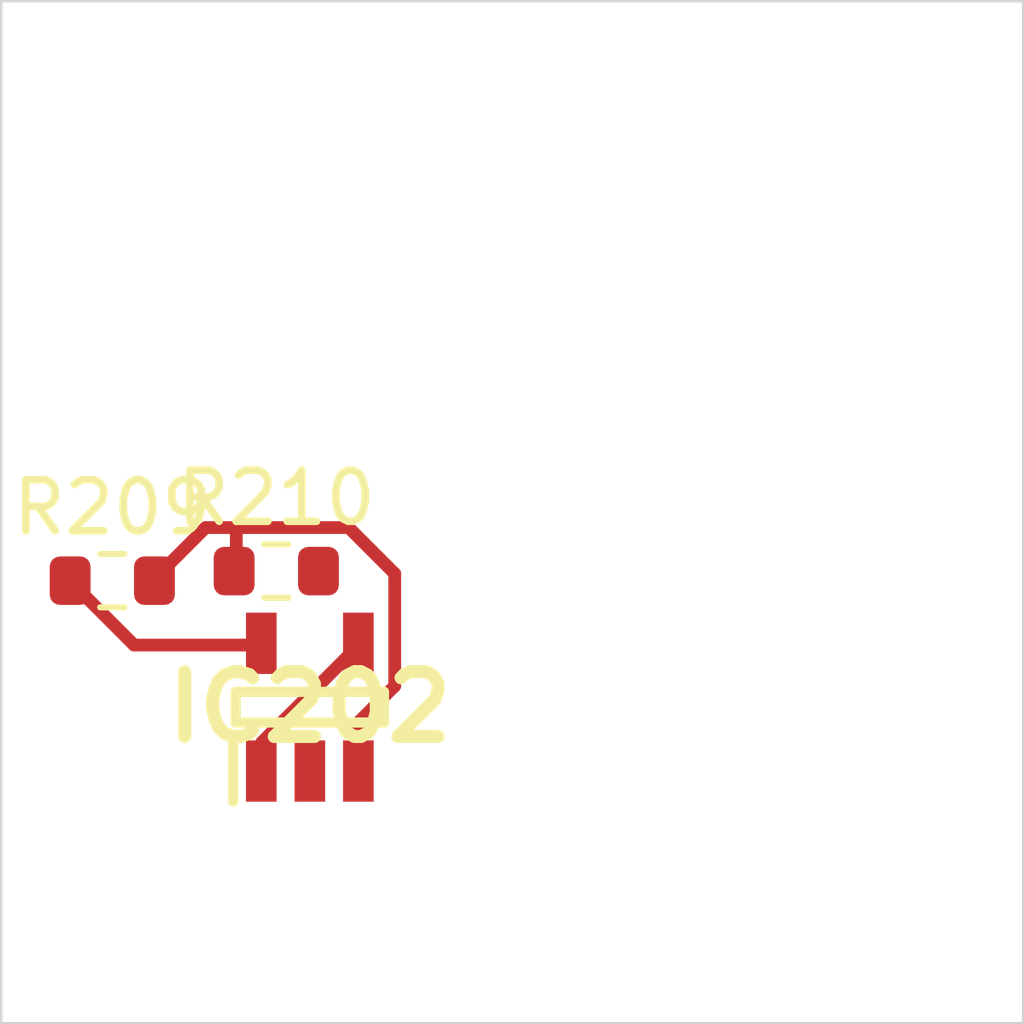
<source format=kicad_pcb>
 ( kicad_pcb  ( version 20171130 )
 ( host pcbnew 5.1.12-84ad8e8a86~92~ubuntu18.04.1 )
 ( general  ( thickness 1.6 )
 ( drawings 4 )
 ( tracks 0 )
 ( zones 0 )
 ( modules 3 )
 ( nets 5 )
)
 ( page A4 )
 ( layers  ( 0 F.Cu signal )
 ( 31 B.Cu signal )
 ( 32 B.Adhes user )
 ( 33 F.Adhes user )
 ( 34 B.Paste user )
 ( 35 F.Paste user )
 ( 36 B.SilkS user )
 ( 37 F.SilkS user )
 ( 38 B.Mask user )
 ( 39 F.Mask user )
 ( 40 Dwgs.User user )
 ( 41 Cmts.User user )
 ( 42 Eco1.User user )
 ( 43 Eco2.User user )
 ( 44 Edge.Cuts user )
 ( 45 Margin user )
 ( 46 B.CrtYd user )
 ( 47 F.CrtYd user )
 ( 48 B.Fab user )
 ( 49 F.Fab user )
)
 ( setup  ( last_trace_width 0.25 )
 ( trace_clearance 0.2 )
 ( zone_clearance 0.508 )
 ( zone_45_only no )
 ( trace_min 0.2 )
 ( via_size 0.8 )
 ( via_drill 0.4 )
 ( via_min_size 0.4 )
 ( via_min_drill 0.3 )
 ( uvia_size 0.3 )
 ( uvia_drill 0.1 )
 ( uvias_allowed no )
 ( uvia_min_size 0.2 )
 ( uvia_min_drill 0.1 )
 ( edge_width 0.05 )
 ( segment_width 0.2 )
 ( pcb_text_width 0.3 )
 ( pcb_text_size 1.5 1.5 )
 ( mod_edge_width 0.12 )
 ( mod_text_size 1 1 )
 ( mod_text_width 0.15 )
 ( pad_size 1.524 1.524 )
 ( pad_drill 0.762 )
 ( pad_to_mask_clearance 0 )
 ( aux_axis_origin 0 0 )
 ( visible_elements FFFFFF7F )
 ( pcbplotparams  ( layerselection 0x010fc_ffffffff )
 ( usegerberextensions false )
 ( usegerberattributes true )
 ( usegerberadvancedattributes true )
 ( creategerberjobfile true )
 ( excludeedgelayer true )
 ( linewidth 0.100000 )
 ( plotframeref false )
 ( viasonmask false )
 ( mode 1 )
 ( useauxorigin false )
 ( hpglpennumber 1 )
 ( hpglpenspeed 20 )
 ( hpglpendiameter 15.000000 )
 ( psnegative false )
 ( psa4output false )
 ( plotreference true )
 ( plotvalue true )
 ( plotinvisibletext false )
 ( padsonsilk false )
 ( subtractmaskfromsilk false )
 ( outputformat 1 )
 ( mirror false )
 ( drillshape 1 )
 ( scaleselection 1 )
 ( outputdirectory "" )
)
)
 ( net 0 "" )
 ( net 1 GND )
 ( net 2 VDDA )
 ( net 3 /Sheet6235D886/vp )
 ( net 4 "Net-(IC202-Pad3)" )
 ( net_class Default "This is the default net class."  ( clearance 0.2 )
 ( trace_width 0.25 )
 ( via_dia 0.8 )
 ( via_drill 0.4 )
 ( uvia_dia 0.3 )
 ( uvia_drill 0.1 )
 ( add_net /Sheet6235D886/vp )
 ( add_net GND )
 ( add_net "Net-(IC202-Pad3)" )
 ( add_net VDDA )
)
 ( module SOT95P280X145-5N locked  ( layer F.Cu )
 ( tedit 62336ED7 )
 ( tstamp 623423ED )
 ( at 86.038900 113.815000 90.000000 )
 ( descr DBV0005A )
 ( tags "Integrated Circuit" )
 ( path /6235D887/6266C08E )
 ( attr smd )
 ( fp_text reference IC202  ( at 0 0 )
 ( layer F.SilkS )
 ( effects  ( font  ( size 1.27 1.27 )
 ( thickness 0.254 )
)
)
)
 ( fp_text value TL071HIDBVR  ( at 0 0 )
 ( layer F.SilkS )
hide  ( effects  ( font  ( size 1.27 1.27 )
 ( thickness 0.254 )
)
)
)
 ( fp_line  ( start -1.85 -1.5 )
 ( end -0.65 -1.5 )
 ( layer F.SilkS )
 ( width 0.2 )
)
 ( fp_line  ( start -0.3 1.45 )
 ( end -0.3 -1.45 )
 ( layer F.SilkS )
 ( width 0.2 )
)
 ( fp_line  ( start 0.3 1.45 )
 ( end -0.3 1.45 )
 ( layer F.SilkS )
 ( width 0.2 )
)
 ( fp_line  ( start 0.3 -1.45 )
 ( end 0.3 1.45 )
 ( layer F.SilkS )
 ( width 0.2 )
)
 ( fp_line  ( start -0.3 -1.45 )
 ( end 0.3 -1.45 )
 ( layer F.SilkS )
 ( width 0.2 )
)
 ( fp_line  ( start -0.8 -0.5 )
 ( end 0.15 -1.45 )
 ( layer Dwgs.User )
 ( width 0.1 )
)
 ( fp_line  ( start -0.8 1.45 )
 ( end -0.8 -1.45 )
 ( layer Dwgs.User )
 ( width 0.1 )
)
 ( fp_line  ( start 0.8 1.45 )
 ( end -0.8 1.45 )
 ( layer Dwgs.User )
 ( width 0.1 )
)
 ( fp_line  ( start 0.8 -1.45 )
 ( end 0.8 1.45 )
 ( layer Dwgs.User )
 ( width 0.1 )
)
 ( fp_line  ( start -0.8 -1.45 )
 ( end 0.8 -1.45 )
 ( layer Dwgs.User )
 ( width 0.1 )
)
 ( fp_line  ( start -2.1 1.775 )
 ( end -2.1 -1.775 )
 ( layer Dwgs.User )
 ( width 0.05 )
)
 ( fp_line  ( start 2.1 1.775 )
 ( end -2.1 1.775 )
 ( layer Dwgs.User )
 ( width 0.05 )
)
 ( fp_line  ( start 2.1 -1.775 )
 ( end 2.1 1.775 )
 ( layer Dwgs.User )
 ( width 0.05 )
)
 ( fp_line  ( start -2.1 -1.775 )
 ( end 2.1 -1.775 )
 ( layer Dwgs.User )
 ( width 0.05 )
)
 ( pad 1 smd rect  ( at -1.25 -0.95 180.000000 )
 ( size 0.6 1.2 )
 ( layers F.Cu F.Mask F.Paste )
 ( net 3 /Sheet6235D886/vp )
)
 ( pad 2 smd rect  ( at -1.25 0 180.000000 )
 ( size 0.6 1.2 )
 ( layers F.Cu F.Mask F.Paste )
 ( net 1 GND )
)
 ( pad 3 smd rect  ( at -1.25 0.95 180.000000 )
 ( size 0.6 1.2 )
 ( layers F.Cu F.Mask F.Paste )
 ( net 4 "Net-(IC202-Pad3)" )
)
 ( pad 4 smd rect  ( at 1.25 0.95 180.000000 )
 ( size 0.6 1.2 )
 ( layers F.Cu F.Mask F.Paste )
 ( net 3 /Sheet6235D886/vp )
)
 ( pad 5 smd rect  ( at 1.25 -0.95 180.000000 )
 ( size 0.6 1.2 )
 ( layers F.Cu F.Mask F.Paste )
 ( net 2 VDDA )
)
)
 ( module Resistor_SMD:R_0603_1608Metric  ( layer F.Cu )
 ( tedit 5F68FEEE )
 ( tstamp 62342595 )
 ( at 82.172700 111.339000 )
 ( descr "Resistor SMD 0603 (1608 Metric), square (rectangular) end terminal, IPC_7351 nominal, (Body size source: IPC-SM-782 page 72, https://www.pcb-3d.com/wordpress/wp-content/uploads/ipc-sm-782a_amendment_1_and_2.pdf), generated with kicad-footprint-generator" )
 ( tags resistor )
 ( path /6235D887/623CDBD9 )
 ( attr smd )
 ( fp_text reference R209  ( at 0 -1.43 )
 ( layer F.SilkS )
 ( effects  ( font  ( size 1 1 )
 ( thickness 0.15 )
)
)
)
 ( fp_text value 100k  ( at 0 1.43 )
 ( layer F.Fab )
 ( effects  ( font  ( size 1 1 )
 ( thickness 0.15 )
)
)
)
 ( fp_line  ( start -0.8 0.4125 )
 ( end -0.8 -0.4125 )
 ( layer F.Fab )
 ( width 0.1 )
)
 ( fp_line  ( start -0.8 -0.4125 )
 ( end 0.8 -0.4125 )
 ( layer F.Fab )
 ( width 0.1 )
)
 ( fp_line  ( start 0.8 -0.4125 )
 ( end 0.8 0.4125 )
 ( layer F.Fab )
 ( width 0.1 )
)
 ( fp_line  ( start 0.8 0.4125 )
 ( end -0.8 0.4125 )
 ( layer F.Fab )
 ( width 0.1 )
)
 ( fp_line  ( start -0.237258 -0.5225 )
 ( end 0.237258 -0.5225 )
 ( layer F.SilkS )
 ( width 0.12 )
)
 ( fp_line  ( start -0.237258 0.5225 )
 ( end 0.237258 0.5225 )
 ( layer F.SilkS )
 ( width 0.12 )
)
 ( fp_line  ( start -1.48 0.73 )
 ( end -1.48 -0.73 )
 ( layer F.CrtYd )
 ( width 0.05 )
)
 ( fp_line  ( start -1.48 -0.73 )
 ( end 1.48 -0.73 )
 ( layer F.CrtYd )
 ( width 0.05 )
)
 ( fp_line  ( start 1.48 -0.73 )
 ( end 1.48 0.73 )
 ( layer F.CrtYd )
 ( width 0.05 )
)
 ( fp_line  ( start 1.48 0.73 )
 ( end -1.48 0.73 )
 ( layer F.CrtYd )
 ( width 0.05 )
)
 ( fp_text user %R  ( at 0 0 )
 ( layer F.Fab )
 ( effects  ( font  ( size 0.4 0.4 )
 ( thickness 0.06 )
)
)
)
 ( pad 1 smd roundrect  ( at -0.825 0 )
 ( size 0.8 0.95 )
 ( layers F.Cu F.Mask F.Paste )
 ( roundrect_rratio 0.25 )
 ( net 2 VDDA )
)
 ( pad 2 smd roundrect  ( at 0.825 0 )
 ( size 0.8 0.95 )
 ( layers F.Cu F.Mask F.Paste )
 ( roundrect_rratio 0.25 )
 ( net 4 "Net-(IC202-Pad3)" )
)
 ( model ${KISYS3DMOD}/Resistor_SMD.3dshapes/R_0603_1608Metric.wrl  ( at  ( xyz 0 0 0 )
)
 ( scale  ( xyz 1 1 1 )
)
 ( rotate  ( xyz 0 0 0 )
)
)
)
 ( module Resistor_SMD:R_0603_1608Metric  ( layer F.Cu )
 ( tedit 5F68FEEE )
 ( tstamp 623425A6 )
 ( at 85.382700 111.152000 )
 ( descr "Resistor SMD 0603 (1608 Metric), square (rectangular) end terminal, IPC_7351 nominal, (Body size source: IPC-SM-782 page 72, https://www.pcb-3d.com/wordpress/wp-content/uploads/ipc-sm-782a_amendment_1_and_2.pdf), generated with kicad-footprint-generator" )
 ( tags resistor )
 ( path /6235D887/623CDBDF )
 ( attr smd )
 ( fp_text reference R210  ( at 0 -1.43 )
 ( layer F.SilkS )
 ( effects  ( font  ( size 1 1 )
 ( thickness 0.15 )
)
)
)
 ( fp_text value 100k  ( at 0 1.43 )
 ( layer F.Fab )
 ( effects  ( font  ( size 1 1 )
 ( thickness 0.15 )
)
)
)
 ( fp_line  ( start 1.48 0.73 )
 ( end -1.48 0.73 )
 ( layer F.CrtYd )
 ( width 0.05 )
)
 ( fp_line  ( start 1.48 -0.73 )
 ( end 1.48 0.73 )
 ( layer F.CrtYd )
 ( width 0.05 )
)
 ( fp_line  ( start -1.48 -0.73 )
 ( end 1.48 -0.73 )
 ( layer F.CrtYd )
 ( width 0.05 )
)
 ( fp_line  ( start -1.48 0.73 )
 ( end -1.48 -0.73 )
 ( layer F.CrtYd )
 ( width 0.05 )
)
 ( fp_line  ( start -0.237258 0.5225 )
 ( end 0.237258 0.5225 )
 ( layer F.SilkS )
 ( width 0.12 )
)
 ( fp_line  ( start -0.237258 -0.5225 )
 ( end 0.237258 -0.5225 )
 ( layer F.SilkS )
 ( width 0.12 )
)
 ( fp_line  ( start 0.8 0.4125 )
 ( end -0.8 0.4125 )
 ( layer F.Fab )
 ( width 0.1 )
)
 ( fp_line  ( start 0.8 -0.4125 )
 ( end 0.8 0.4125 )
 ( layer F.Fab )
 ( width 0.1 )
)
 ( fp_line  ( start -0.8 -0.4125 )
 ( end 0.8 -0.4125 )
 ( layer F.Fab )
 ( width 0.1 )
)
 ( fp_line  ( start -0.8 0.4125 )
 ( end -0.8 -0.4125 )
 ( layer F.Fab )
 ( width 0.1 )
)
 ( fp_text user %R  ( at 0 0 )
 ( layer F.Fab )
 ( effects  ( font  ( size 0.4 0.4 )
 ( thickness 0.06 )
)
)
)
 ( pad 2 smd roundrect  ( at 0.825 0 )
 ( size 0.8 0.95 )
 ( layers F.Cu F.Mask F.Paste )
 ( roundrect_rratio 0.25 )
 ( net 1 GND )
)
 ( pad 1 smd roundrect  ( at -0.825 0 )
 ( size 0.8 0.95 )
 ( layers F.Cu F.Mask F.Paste )
 ( roundrect_rratio 0.25 )
 ( net 4 "Net-(IC202-Pad3)" )
)
 ( model ${KISYS3DMOD}/Resistor_SMD.3dshapes/R_0603_1608Metric.wrl  ( at  ( xyz 0 0 0 )
)
 ( scale  ( xyz 1 1 1 )
)
 ( rotate  ( xyz 0 0 0 )
)
)
)
 ( gr_line  ( start 100 100 )
 ( end 100 120 )
 ( layer Edge.Cuts )
 ( width 0.05 )
 ( tstamp 62E770C4 )
)
 ( gr_line  ( start 80 120 )
 ( end 100 120 )
 ( layer Edge.Cuts )
 ( width 0.05 )
 ( tstamp 62E770C0 )
)
 ( gr_line  ( start 80 100 )
 ( end 100 100 )
 ( layer Edge.Cuts )
 ( width 0.05 )
 ( tstamp 6234110C )
)
 ( gr_line  ( start 80 100 )
 ( end 80 120 )
 ( layer Edge.Cuts )
 ( width 0.05 )
)
 ( segment  ( start 81.300001 111.300002 )
 ( end 82.600001 112.600002 )
 ( width 0.250000 )
 ( layer F.Cu )
 ( net 2 )
)
 ( segment  ( start 82.600001 112.600002 )
 ( end 85.100001 112.600002 )
 ( width 0.250000 )
 ( layer F.Cu )
 ( net 2 )
)
 ( segment  ( start 87.000001 112.600002 )
 ( end 85.100001 114.500002 )
 ( width 0.250000 )
 ( layer F.Cu )
 ( net 3 )
)
 ( segment  ( start 85.100001 114.500002 )
 ( end 85.100001 115.100002 )
 ( width 0.250000 )
 ( layer F.Cu )
 ( net 3 )
)
 ( segment  ( start 83.000001 111.300002 )
 ( end 84.000001 110.300002 )
 ( width 0.250000 )
 ( layer F.Cu )
 ( net 4 )
)
 ( segment  ( start 84.000001 110.300002 )
 ( end 86.800001 110.300002 )
 ( width 0.250000 )
 ( layer F.Cu )
 ( net 4 )
)
 ( segment  ( start 86.800001 110.300002 )
 ( end 87.700001 111.200002 )
 ( width 0.250000 )
 ( layer F.Cu )
 ( net 4 )
)
 ( segment  ( start 87.700001 111.200002 )
 ( end 87.700001 113.400002 )
 ( width 0.250000 )
 ( layer F.Cu )
 ( net 4 )
)
 ( segment  ( start 87.700001 113.400002 )
 ( end 87.000001 114.100002 )
 ( width 0.250000 )
 ( layer F.Cu )
 ( net 4 )
)
 ( segment  ( start 87.000001 114.100002 )
 ( end 87.000001 115.100002 )
 ( width 0.250000 )
 ( layer F.Cu )
 ( net 4 )
)
 ( segment  ( start 84.600001 111.200002 )
 ( end 84.600001 110.300002 )
 ( width 0.250000 )
 ( layer F.Cu )
 ( net 4 )
)
)

</source>
